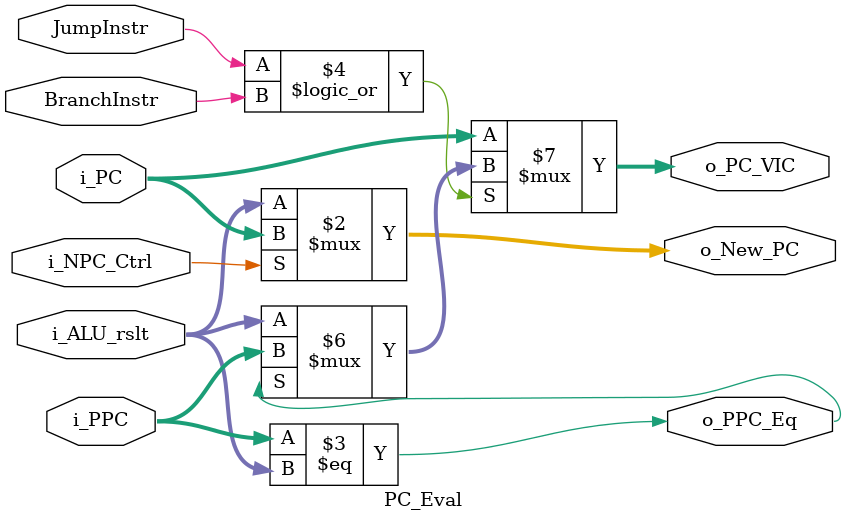
<source format=v>
`timescale 1ns / 1ps


`define WIDTH 32

module PC_Eval(
	   /*Input data from ID/EX registers*/
    	input [`WIDTH-1:0] i_PC,
    	input [`WIDTH-1:0] i_ALU_rslt,
    	input [`WIDTH-1:0] i_PPC,

	   /*Input Control Signal from Branch Unit*/
    	input i_NPC_Ctrl,

	   /*Output data*/
    	output [`WIDTH-1:0] o_New_PC,    
    	output o_PPC_Eq,
    	
    	/*************VIC*************/
    	//SOLUTION OUTPUT
    	output [`WIDTH-1:0] o_PC_VIC,
    	
    	/*******FROM BRANCH**********/
        input BranchInstr,
        input JumpInstr
    	);
    
    /*New Program Counter Selection*/
    assign o_New_PC = (i_NPC_Ctrl == 1) ? i_PC : i_ALU_rslt;

    /*Check if the result of the predicted PC is equal to the ALU result (1 is equal / 0 not equal)*/
    assign o_PPC_Eq = (i_PPC == i_ALU_rslt);  
    
    //MAYBE A SOLUTION TO VIC
    assign o_PC_VIC = (!(JumpInstr || BranchInstr)) ? i_PC :
                                         o_PPC_Eq   ? i_PPC : 
                                         i_ALU_rslt;    
    
endmodule

</source>
